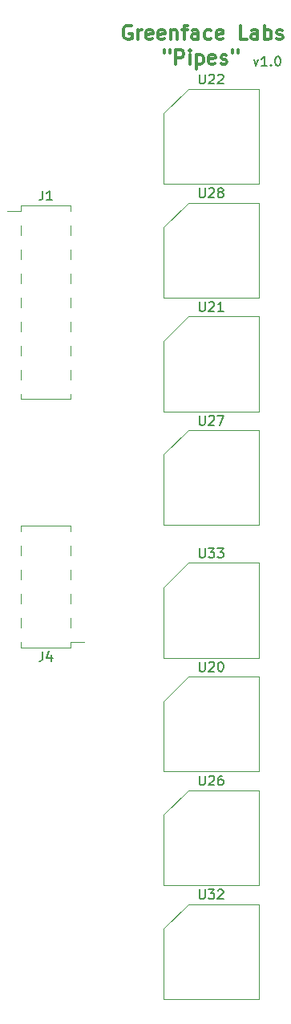
<source format=gbr>
%TF.GenerationSoftware,KiCad,Pcbnew,(6.0.1)*%
%TF.CreationDate,2023-03-05T22:15:53-08:00*%
%TF.ProjectId,pipes_sub,70697065-735f-4737-9562-2e6b69636164,rev?*%
%TF.SameCoordinates,Original*%
%TF.FileFunction,Legend,Top*%
%TF.FilePolarity,Positive*%
%FSLAX46Y46*%
G04 Gerber Fmt 4.6, Leading zero omitted, Abs format (unit mm)*
G04 Created by KiCad (PCBNEW (6.0.1)) date 2023-03-05 22:15:53*
%MOMM*%
%LPD*%
G01*
G04 APERTURE LIST*
%ADD10C,0.150000*%
%ADD11C,0.300000*%
%ADD12C,0.120000*%
G04 APERTURE END LIST*
D10*
X77171428Y-44385714D02*
X77409523Y-45052380D01*
X77647619Y-44385714D01*
X78552380Y-45052380D02*
X77980952Y-45052380D01*
X78266666Y-45052380D02*
X78266666Y-44052380D01*
X78171428Y-44195238D01*
X78076190Y-44290476D01*
X77980952Y-44338095D01*
X78980952Y-44957142D02*
X79028571Y-45004761D01*
X78980952Y-45052380D01*
X78933333Y-45004761D01*
X78980952Y-44957142D01*
X78980952Y-45052380D01*
X79647619Y-44052380D02*
X79742857Y-44052380D01*
X79838095Y-44100000D01*
X79885714Y-44147619D01*
X79933333Y-44242857D01*
X79980952Y-44433333D01*
X79980952Y-44671428D01*
X79933333Y-44861904D01*
X79885714Y-44957142D01*
X79838095Y-45004761D01*
X79742857Y-45052380D01*
X79647619Y-45052380D01*
X79552380Y-45004761D01*
X79504761Y-44957142D01*
X79457142Y-44861904D01*
X79409523Y-44671428D01*
X79409523Y-44433333D01*
X79457142Y-44242857D01*
X79504761Y-44147619D01*
X79552380Y-44100000D01*
X79647619Y-44052380D01*
D11*
X64228571Y-40850000D02*
X64085714Y-40778571D01*
X63871428Y-40778571D01*
X63657142Y-40850000D01*
X63514285Y-40992857D01*
X63442857Y-41135714D01*
X63371428Y-41421428D01*
X63371428Y-41635714D01*
X63442857Y-41921428D01*
X63514285Y-42064285D01*
X63657142Y-42207142D01*
X63871428Y-42278571D01*
X64014285Y-42278571D01*
X64228571Y-42207142D01*
X64300000Y-42135714D01*
X64300000Y-41635714D01*
X64014285Y-41635714D01*
X64942857Y-42278571D02*
X64942857Y-41278571D01*
X64942857Y-41564285D02*
X65014285Y-41421428D01*
X65085714Y-41350000D01*
X65228571Y-41278571D01*
X65371428Y-41278571D01*
X66442857Y-42207142D02*
X66300000Y-42278571D01*
X66014285Y-42278571D01*
X65871428Y-42207142D01*
X65800000Y-42064285D01*
X65800000Y-41492857D01*
X65871428Y-41350000D01*
X66014285Y-41278571D01*
X66300000Y-41278571D01*
X66442857Y-41350000D01*
X66514285Y-41492857D01*
X66514285Y-41635714D01*
X65800000Y-41778571D01*
X67728571Y-42207142D02*
X67585714Y-42278571D01*
X67300000Y-42278571D01*
X67157142Y-42207142D01*
X67085714Y-42064285D01*
X67085714Y-41492857D01*
X67157142Y-41350000D01*
X67300000Y-41278571D01*
X67585714Y-41278571D01*
X67728571Y-41350000D01*
X67800000Y-41492857D01*
X67800000Y-41635714D01*
X67085714Y-41778571D01*
X68442857Y-41278571D02*
X68442857Y-42278571D01*
X68442857Y-41421428D02*
X68514285Y-41350000D01*
X68657142Y-41278571D01*
X68871428Y-41278571D01*
X69014285Y-41350000D01*
X69085714Y-41492857D01*
X69085714Y-42278571D01*
X69585714Y-41278571D02*
X70157142Y-41278571D01*
X69800000Y-42278571D02*
X69800000Y-40992857D01*
X69871428Y-40850000D01*
X70014285Y-40778571D01*
X70157142Y-40778571D01*
X71300000Y-42278571D02*
X71300000Y-41492857D01*
X71228571Y-41350000D01*
X71085714Y-41278571D01*
X70800000Y-41278571D01*
X70657142Y-41350000D01*
X71300000Y-42207142D02*
X71157142Y-42278571D01*
X70800000Y-42278571D01*
X70657142Y-42207142D01*
X70585714Y-42064285D01*
X70585714Y-41921428D01*
X70657142Y-41778571D01*
X70800000Y-41707142D01*
X71157142Y-41707142D01*
X71300000Y-41635714D01*
X72657142Y-42207142D02*
X72514285Y-42278571D01*
X72228571Y-42278571D01*
X72085714Y-42207142D01*
X72014285Y-42135714D01*
X71942857Y-41992857D01*
X71942857Y-41564285D01*
X72014285Y-41421428D01*
X72085714Y-41350000D01*
X72228571Y-41278571D01*
X72514285Y-41278571D01*
X72657142Y-41350000D01*
X73871428Y-42207142D02*
X73728571Y-42278571D01*
X73442857Y-42278571D01*
X73300000Y-42207142D01*
X73228571Y-42064285D01*
X73228571Y-41492857D01*
X73300000Y-41350000D01*
X73442857Y-41278571D01*
X73728571Y-41278571D01*
X73871428Y-41350000D01*
X73942857Y-41492857D01*
X73942857Y-41635714D01*
X73228571Y-41778571D01*
X76442857Y-42278571D02*
X75728571Y-42278571D01*
X75728571Y-40778571D01*
X77585714Y-42278571D02*
X77585714Y-41492857D01*
X77514285Y-41350000D01*
X77371428Y-41278571D01*
X77085714Y-41278571D01*
X76942857Y-41350000D01*
X77585714Y-42207142D02*
X77442857Y-42278571D01*
X77085714Y-42278571D01*
X76942857Y-42207142D01*
X76871428Y-42064285D01*
X76871428Y-41921428D01*
X76942857Y-41778571D01*
X77085714Y-41707142D01*
X77442857Y-41707142D01*
X77585714Y-41635714D01*
X78300000Y-42278571D02*
X78300000Y-40778571D01*
X78300000Y-41350000D02*
X78442857Y-41278571D01*
X78728571Y-41278571D01*
X78871428Y-41350000D01*
X78942857Y-41421428D01*
X79014285Y-41564285D01*
X79014285Y-41992857D01*
X78942857Y-42135714D01*
X78871428Y-42207142D01*
X78728571Y-42278571D01*
X78442857Y-42278571D01*
X78300000Y-42207142D01*
X79585714Y-42207142D02*
X79728571Y-42278571D01*
X80014285Y-42278571D01*
X80157142Y-42207142D01*
X80228571Y-42064285D01*
X80228571Y-41992857D01*
X80157142Y-41850000D01*
X80014285Y-41778571D01*
X79800000Y-41778571D01*
X79657142Y-41707142D01*
X79585714Y-41564285D01*
X79585714Y-41492857D01*
X79657142Y-41350000D01*
X79800000Y-41278571D01*
X80014285Y-41278571D01*
X80157142Y-41350000D01*
X67707142Y-43378571D02*
X67707142Y-43664285D01*
X68278571Y-43378571D02*
X68278571Y-43664285D01*
X68921428Y-44878571D02*
X68921428Y-43378571D01*
X69492857Y-43378571D01*
X69635714Y-43450000D01*
X69707142Y-43521428D01*
X69778571Y-43664285D01*
X69778571Y-43878571D01*
X69707142Y-44021428D01*
X69635714Y-44092857D01*
X69492857Y-44164285D01*
X68921428Y-44164285D01*
X70421428Y-44878571D02*
X70421428Y-43878571D01*
X70421428Y-43378571D02*
X70350000Y-43450000D01*
X70421428Y-43521428D01*
X70492857Y-43450000D01*
X70421428Y-43378571D01*
X70421428Y-43521428D01*
X71135714Y-43878571D02*
X71135714Y-45378571D01*
X71135714Y-43950000D02*
X71278571Y-43878571D01*
X71564285Y-43878571D01*
X71707142Y-43950000D01*
X71778571Y-44021428D01*
X71850000Y-44164285D01*
X71850000Y-44592857D01*
X71778571Y-44735714D01*
X71707142Y-44807142D01*
X71564285Y-44878571D01*
X71278571Y-44878571D01*
X71135714Y-44807142D01*
X73064285Y-44807142D02*
X72921428Y-44878571D01*
X72635714Y-44878571D01*
X72492857Y-44807142D01*
X72421428Y-44664285D01*
X72421428Y-44092857D01*
X72492857Y-43950000D01*
X72635714Y-43878571D01*
X72921428Y-43878571D01*
X73064285Y-43950000D01*
X73135714Y-44092857D01*
X73135714Y-44235714D01*
X72421428Y-44378571D01*
X73707142Y-44807142D02*
X73850000Y-44878571D01*
X74135714Y-44878571D01*
X74278571Y-44807142D01*
X74350000Y-44664285D01*
X74350000Y-44592857D01*
X74278571Y-44450000D01*
X74135714Y-44378571D01*
X73921428Y-44378571D01*
X73778571Y-44307142D01*
X73707142Y-44164285D01*
X73707142Y-44092857D01*
X73778571Y-43950000D01*
X73921428Y-43878571D01*
X74135714Y-43878571D01*
X74278571Y-43950000D01*
X74921428Y-43378571D02*
X74921428Y-43664285D01*
X75492857Y-43378571D02*
X75492857Y-43664285D01*
D10*
%TO.C,U26*%
X71431904Y-119952380D02*
X71431904Y-120761904D01*
X71479523Y-120857142D01*
X71527142Y-120904761D01*
X71622380Y-120952380D01*
X71812857Y-120952380D01*
X71908095Y-120904761D01*
X71955714Y-120857142D01*
X72003333Y-120761904D01*
X72003333Y-119952380D01*
X72431904Y-120047619D02*
X72479523Y-120000000D01*
X72574761Y-119952380D01*
X72812857Y-119952380D01*
X72908095Y-120000000D01*
X72955714Y-120047619D01*
X73003333Y-120142857D01*
X73003333Y-120238095D01*
X72955714Y-120380952D01*
X72384285Y-120952380D01*
X73003333Y-120952380D01*
X73860476Y-119952380D02*
X73670000Y-119952380D01*
X73574761Y-120000000D01*
X73527142Y-120047619D01*
X73431904Y-120190476D01*
X73384285Y-120380952D01*
X73384285Y-120761904D01*
X73431904Y-120857142D01*
X73479523Y-120904761D01*
X73574761Y-120952380D01*
X73765238Y-120952380D01*
X73860476Y-120904761D01*
X73908095Y-120857142D01*
X73955714Y-120761904D01*
X73955714Y-120523809D01*
X73908095Y-120428571D01*
X73860476Y-120380952D01*
X73765238Y-120333333D01*
X73574761Y-120333333D01*
X73479523Y-120380952D01*
X73431904Y-120428571D01*
X73384285Y-120523809D01*
%TO.C,U27*%
X71431904Y-81952380D02*
X71431904Y-82761904D01*
X71479523Y-82857142D01*
X71527142Y-82904761D01*
X71622380Y-82952380D01*
X71812857Y-82952380D01*
X71908095Y-82904761D01*
X71955714Y-82857142D01*
X72003333Y-82761904D01*
X72003333Y-81952380D01*
X72431904Y-82047619D02*
X72479523Y-82000000D01*
X72574761Y-81952380D01*
X72812857Y-81952380D01*
X72908095Y-82000000D01*
X72955714Y-82047619D01*
X73003333Y-82142857D01*
X73003333Y-82238095D01*
X72955714Y-82380952D01*
X72384285Y-82952380D01*
X73003333Y-82952380D01*
X73336666Y-81952380D02*
X74003333Y-81952380D01*
X73574761Y-82952380D01*
%TO.C,U21*%
X71431904Y-69952380D02*
X71431904Y-70761904D01*
X71479523Y-70857142D01*
X71527142Y-70904761D01*
X71622380Y-70952380D01*
X71812857Y-70952380D01*
X71908095Y-70904761D01*
X71955714Y-70857142D01*
X72003333Y-70761904D01*
X72003333Y-69952380D01*
X72431904Y-70047619D02*
X72479523Y-70000000D01*
X72574761Y-69952380D01*
X72812857Y-69952380D01*
X72908095Y-70000000D01*
X72955714Y-70047619D01*
X73003333Y-70142857D01*
X73003333Y-70238095D01*
X72955714Y-70380952D01*
X72384285Y-70952380D01*
X73003333Y-70952380D01*
X73955714Y-70952380D02*
X73384285Y-70952380D01*
X73670000Y-70952380D02*
X73670000Y-69952380D01*
X73574761Y-70095238D01*
X73479523Y-70190476D01*
X73384285Y-70238095D01*
%TO.C,U22*%
X71431904Y-45952380D02*
X71431904Y-46761904D01*
X71479523Y-46857142D01*
X71527142Y-46904761D01*
X71622380Y-46952380D01*
X71812857Y-46952380D01*
X71908095Y-46904761D01*
X71955714Y-46857142D01*
X72003333Y-46761904D01*
X72003333Y-45952380D01*
X72431904Y-46047619D02*
X72479523Y-46000000D01*
X72574761Y-45952380D01*
X72812857Y-45952380D01*
X72908095Y-46000000D01*
X72955714Y-46047619D01*
X73003333Y-46142857D01*
X73003333Y-46238095D01*
X72955714Y-46380952D01*
X72384285Y-46952380D01*
X73003333Y-46952380D01*
X73384285Y-46047619D02*
X73431904Y-46000000D01*
X73527142Y-45952380D01*
X73765238Y-45952380D01*
X73860476Y-46000000D01*
X73908095Y-46047619D01*
X73955714Y-46142857D01*
X73955714Y-46238095D01*
X73908095Y-46380952D01*
X73336666Y-46952380D01*
X73955714Y-46952380D01*
%TO.C,U20*%
X71431904Y-107952380D02*
X71431904Y-108761904D01*
X71479523Y-108857142D01*
X71527142Y-108904761D01*
X71622380Y-108952380D01*
X71812857Y-108952380D01*
X71908095Y-108904761D01*
X71955714Y-108857142D01*
X72003333Y-108761904D01*
X72003333Y-107952380D01*
X72431904Y-108047619D02*
X72479523Y-108000000D01*
X72574761Y-107952380D01*
X72812857Y-107952380D01*
X72908095Y-108000000D01*
X72955714Y-108047619D01*
X73003333Y-108142857D01*
X73003333Y-108238095D01*
X72955714Y-108380952D01*
X72384285Y-108952380D01*
X73003333Y-108952380D01*
X73622380Y-107952380D02*
X73717619Y-107952380D01*
X73812857Y-108000000D01*
X73860476Y-108047619D01*
X73908095Y-108142857D01*
X73955714Y-108333333D01*
X73955714Y-108571428D01*
X73908095Y-108761904D01*
X73860476Y-108857142D01*
X73812857Y-108904761D01*
X73717619Y-108952380D01*
X73622380Y-108952380D01*
X73527142Y-108904761D01*
X73479523Y-108857142D01*
X73431904Y-108761904D01*
X73384285Y-108571428D01*
X73384285Y-108333333D01*
X73431904Y-108142857D01*
X73479523Y-108047619D01*
X73527142Y-108000000D01*
X73622380Y-107952380D01*
%TO.C,U28*%
X71431904Y-57952380D02*
X71431904Y-58761904D01*
X71479523Y-58857142D01*
X71527142Y-58904761D01*
X71622380Y-58952380D01*
X71812857Y-58952380D01*
X71908095Y-58904761D01*
X71955714Y-58857142D01*
X72003333Y-58761904D01*
X72003333Y-57952380D01*
X72431904Y-58047619D02*
X72479523Y-58000000D01*
X72574761Y-57952380D01*
X72812857Y-57952380D01*
X72908095Y-58000000D01*
X72955714Y-58047619D01*
X73003333Y-58142857D01*
X73003333Y-58238095D01*
X72955714Y-58380952D01*
X72384285Y-58952380D01*
X73003333Y-58952380D01*
X73574761Y-58380952D02*
X73479523Y-58333333D01*
X73431904Y-58285714D01*
X73384285Y-58190476D01*
X73384285Y-58142857D01*
X73431904Y-58047619D01*
X73479523Y-58000000D01*
X73574761Y-57952380D01*
X73765238Y-57952380D01*
X73860476Y-58000000D01*
X73908095Y-58047619D01*
X73955714Y-58142857D01*
X73955714Y-58190476D01*
X73908095Y-58285714D01*
X73860476Y-58333333D01*
X73765238Y-58380952D01*
X73574761Y-58380952D01*
X73479523Y-58428571D01*
X73431904Y-58476190D01*
X73384285Y-58571428D01*
X73384285Y-58761904D01*
X73431904Y-58857142D01*
X73479523Y-58904761D01*
X73574761Y-58952380D01*
X73765238Y-58952380D01*
X73860476Y-58904761D01*
X73908095Y-58857142D01*
X73955714Y-58761904D01*
X73955714Y-58571428D01*
X73908095Y-58476190D01*
X73860476Y-58428571D01*
X73765238Y-58380952D01*
%TO.C,U33*%
X71431904Y-95952380D02*
X71431904Y-96761904D01*
X71479523Y-96857142D01*
X71527142Y-96904761D01*
X71622380Y-96952380D01*
X71812857Y-96952380D01*
X71908095Y-96904761D01*
X71955714Y-96857142D01*
X72003333Y-96761904D01*
X72003333Y-95952380D01*
X72384285Y-95952380D02*
X73003333Y-95952380D01*
X72670000Y-96333333D01*
X72812857Y-96333333D01*
X72908095Y-96380952D01*
X72955714Y-96428571D01*
X73003333Y-96523809D01*
X73003333Y-96761904D01*
X72955714Y-96857142D01*
X72908095Y-96904761D01*
X72812857Y-96952380D01*
X72527142Y-96952380D01*
X72431904Y-96904761D01*
X72384285Y-96857142D01*
X73336666Y-95952380D02*
X73955714Y-95952380D01*
X73622380Y-96333333D01*
X73765238Y-96333333D01*
X73860476Y-96380952D01*
X73908095Y-96428571D01*
X73955714Y-96523809D01*
X73955714Y-96761904D01*
X73908095Y-96857142D01*
X73860476Y-96904761D01*
X73765238Y-96952380D01*
X73479523Y-96952380D01*
X73384285Y-96904761D01*
X73336666Y-96857142D01*
%TO.C,U32*%
X71431904Y-131952380D02*
X71431904Y-132761904D01*
X71479523Y-132857142D01*
X71527142Y-132904761D01*
X71622380Y-132952380D01*
X71812857Y-132952380D01*
X71908095Y-132904761D01*
X71955714Y-132857142D01*
X72003333Y-132761904D01*
X72003333Y-131952380D01*
X72384285Y-131952380D02*
X73003333Y-131952380D01*
X72670000Y-132333333D01*
X72812857Y-132333333D01*
X72908095Y-132380952D01*
X72955714Y-132428571D01*
X73003333Y-132523809D01*
X73003333Y-132761904D01*
X72955714Y-132857142D01*
X72908095Y-132904761D01*
X72812857Y-132952380D01*
X72527142Y-132952380D01*
X72431904Y-132904761D01*
X72384285Y-132857142D01*
X73384285Y-132047619D02*
X73431904Y-132000000D01*
X73527142Y-131952380D01*
X73765238Y-131952380D01*
X73860476Y-132000000D01*
X73908095Y-132047619D01*
X73955714Y-132142857D01*
X73955714Y-132238095D01*
X73908095Y-132380952D01*
X73336666Y-132952380D01*
X73955714Y-132952380D01*
%TO.C,J4*%
X54866666Y-106862380D02*
X54866666Y-107576666D01*
X54819047Y-107719523D01*
X54723809Y-107814761D01*
X54580952Y-107862380D01*
X54485714Y-107862380D01*
X55771428Y-107195714D02*
X55771428Y-107862380D01*
X55533333Y-106814761D02*
X55295238Y-107529047D01*
X55914285Y-107529047D01*
%TO.C,J1*%
X54866666Y-58232380D02*
X54866666Y-58946666D01*
X54819047Y-59089523D01*
X54723809Y-59184761D01*
X54580952Y-59232380D01*
X54485714Y-59232380D01*
X55866666Y-59232380D02*
X55295238Y-59232380D01*
X55580952Y-59232380D02*
X55580952Y-58232380D01*
X55485714Y-58375238D01*
X55390476Y-58470476D01*
X55295238Y-58518095D01*
D12*
%TO.C,U26*%
X67660000Y-124070000D02*
X67660000Y-131510000D01*
X67660000Y-131510000D02*
X77680000Y-131510000D01*
X77680000Y-121490000D02*
X70240000Y-121490000D01*
X77680000Y-131510000D02*
X77680000Y-121490000D01*
X70240000Y-121490000D02*
X67660000Y-124070000D01*
%TO.C,U27*%
X67660000Y-86070000D02*
X67660000Y-93510000D01*
X77680000Y-93510000D02*
X77680000Y-83490000D01*
X77680000Y-83490000D02*
X70240000Y-83490000D01*
X67660000Y-93510000D02*
X77680000Y-93510000D01*
X70240000Y-83490000D02*
X67660000Y-86070000D01*
%TO.C,U21*%
X67660000Y-74070000D02*
X67660000Y-81510000D01*
X77680000Y-81510000D02*
X77680000Y-71490000D01*
X77680000Y-71490000D02*
X70240000Y-71490000D01*
X70240000Y-71490000D02*
X67660000Y-74070000D01*
X67660000Y-81510000D02*
X77680000Y-81510000D01*
%TO.C,U22*%
X67660000Y-57510000D02*
X77680000Y-57510000D01*
X70240000Y-47490000D02*
X67660000Y-50070000D01*
X77680000Y-47490000D02*
X70240000Y-47490000D01*
X67660000Y-50070000D02*
X67660000Y-57510000D01*
X77680000Y-57510000D02*
X77680000Y-47490000D01*
%TO.C,U20*%
X77680000Y-109490000D02*
X70240000Y-109490000D01*
X67660000Y-112070000D02*
X67660000Y-119510000D01*
X77680000Y-119510000D02*
X77680000Y-109490000D01*
X70240000Y-109490000D02*
X67660000Y-112070000D01*
X67660000Y-119510000D02*
X77680000Y-119510000D01*
%TO.C,U28*%
X77680000Y-59490000D02*
X70240000Y-59490000D01*
X67660000Y-69510000D02*
X77680000Y-69510000D01*
X70240000Y-59490000D02*
X67660000Y-62070000D01*
X67660000Y-62070000D02*
X67660000Y-69510000D01*
X77680000Y-69510000D02*
X77680000Y-59490000D01*
%TO.C,U33*%
X70240000Y-97490000D02*
X67660000Y-100070000D01*
X67660000Y-100070000D02*
X67660000Y-107510000D01*
X67660000Y-107510000D02*
X77680000Y-107510000D01*
X77680000Y-97490000D02*
X70240000Y-97490000D01*
X77680000Y-107510000D02*
X77680000Y-97490000D01*
%TO.C,U32*%
X67660000Y-143510000D02*
X77680000Y-143510000D01*
X77680000Y-143510000D02*
X77680000Y-133490000D01*
X77680000Y-133490000D02*
X70240000Y-133490000D01*
X67660000Y-136070000D02*
X67660000Y-143510000D01*
X70240000Y-133490000D02*
X67660000Y-136070000D01*
%TO.C,J4*%
X57800000Y-106410000D02*
X52600000Y-106410000D01*
X57800000Y-106410000D02*
X57800000Y-105840000D01*
X52600000Y-101780000D02*
X52600000Y-100760000D01*
X57800000Y-99240000D02*
X57800000Y-98220000D01*
X52600000Y-99240000D02*
X52600000Y-98220000D01*
X52600000Y-94160000D02*
X52600000Y-93590000D01*
X57800000Y-104320000D02*
X57800000Y-103300000D01*
X52600000Y-104320000D02*
X52600000Y-103300000D01*
X59240000Y-105840000D02*
X57800000Y-105840000D01*
X57800000Y-96700000D02*
X57800000Y-95680000D01*
X57800000Y-93590000D02*
X52600000Y-93590000D01*
X57800000Y-101780000D02*
X57800000Y-100760000D01*
X52600000Y-96700000D02*
X52600000Y-95680000D01*
X57800000Y-94160000D02*
X57800000Y-93590000D01*
X52600000Y-106410000D02*
X52600000Y-105840000D01*
%TO.C,J1*%
X52600000Y-72030000D02*
X52600000Y-73050000D01*
X52600000Y-79650000D02*
X52600000Y-80220000D01*
X52600000Y-64410000D02*
X52600000Y-65430000D01*
X52600000Y-77110000D02*
X52600000Y-78130000D01*
X57800000Y-66950000D02*
X57800000Y-67970000D01*
X57800000Y-61870000D02*
X57800000Y-62890000D01*
X57800000Y-72030000D02*
X57800000Y-73050000D01*
X52600000Y-59780000D02*
X57800000Y-59780000D01*
X52600000Y-80220000D02*
X57800000Y-80220000D01*
X57800000Y-77110000D02*
X57800000Y-78130000D01*
X51160000Y-60350000D02*
X52600000Y-60350000D01*
X57800000Y-64410000D02*
X57800000Y-65430000D01*
X57800000Y-79650000D02*
X57800000Y-80220000D01*
X52600000Y-61870000D02*
X52600000Y-62890000D01*
X57800000Y-69490000D02*
X57800000Y-70510000D01*
X52600000Y-66950000D02*
X52600000Y-67970000D01*
X52600000Y-59780000D02*
X52600000Y-60350000D01*
X57800000Y-74570000D02*
X57800000Y-75590000D01*
X52600000Y-74570000D02*
X52600000Y-75590000D01*
X57800000Y-59780000D02*
X57800000Y-60350000D01*
X52600000Y-69490000D02*
X52600000Y-70510000D01*
%TD*%
M02*

</source>
